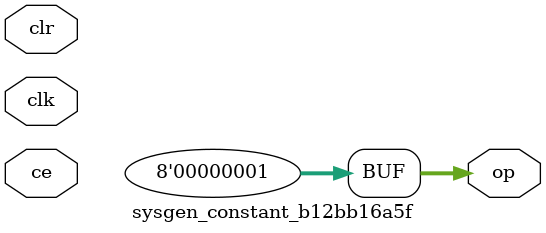
<source format=v>
module sysgen_constant_b12bb16a5f (
  output [(8 - 1):0] op,
  input clk,
  input ce,
  input clr);
  assign op = 8'b00000001;
endmodule
</source>
